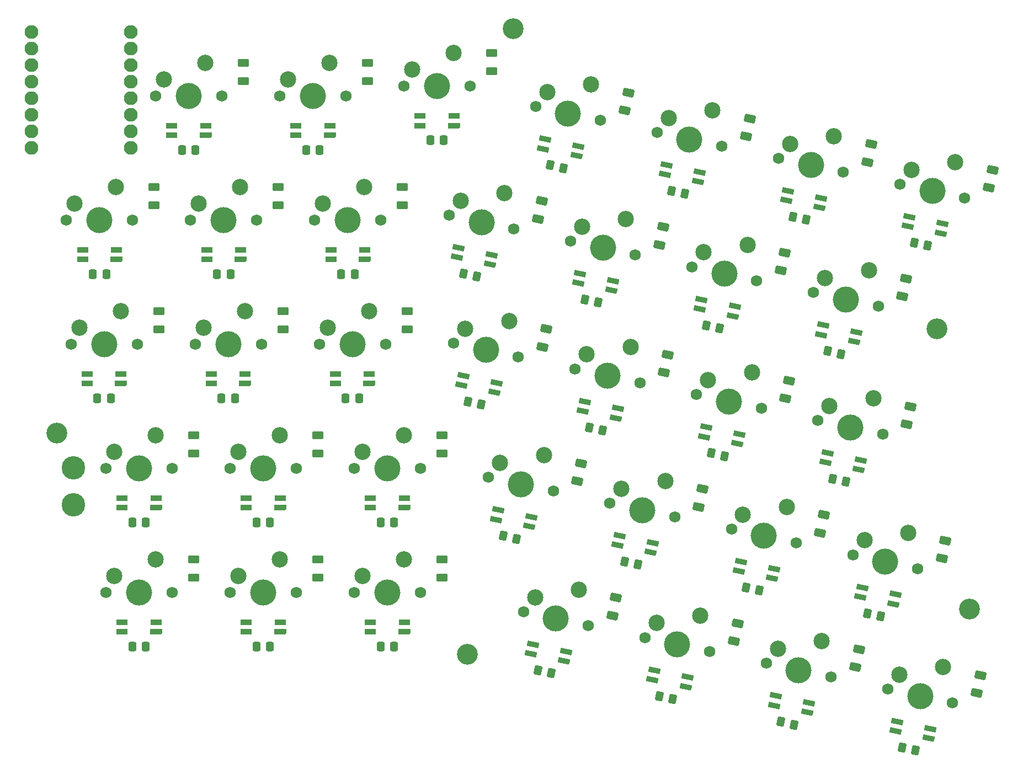
<source format=gbr>
%TF.GenerationSoftware,KiCad,Pcbnew,9.0.3*%
%TF.CreationDate,2025-11-25T19:45:44-05:00*%
%TF.ProjectId,Wren,5772656e-2e6b-4696-9361-645f70636258,rev?*%
%TF.SameCoordinates,Original*%
%TF.FileFunction,Soldermask,Bot*%
%TF.FilePolarity,Negative*%
%FSLAX46Y46*%
G04 Gerber Fmt 4.6, Leading zero omitted, Abs format (unit mm)*
G04 Created by KiCad (PCBNEW 9.0.3) date 2025-11-25 19:45:44*
%MOMM*%
%LPD*%
G01*
G04 APERTURE LIST*
G04 Aperture macros list*
%AMRoundRect*
0 Rectangle with rounded corners*
0 $1 Rounding radius*
0 $2 $3 $4 $5 $6 $7 $8 $9 X,Y pos of 4 corners*
0 Add a 4 corners polygon primitive as box body*
4,1,4,$2,$3,$4,$5,$6,$7,$8,$9,$2,$3,0*
0 Add four circle primitives for the rounded corners*
1,1,$1+$1,$2,$3*
1,1,$1+$1,$4,$5*
1,1,$1+$1,$6,$7*
1,1,$1+$1,$8,$9*
0 Add four rect primitives between the rounded corners*
20,1,$1+$1,$2,$3,$4,$5,0*
20,1,$1+$1,$4,$5,$6,$7,0*
20,1,$1+$1,$6,$7,$8,$9,0*
20,1,$1+$1,$8,$9,$2,$3,0*%
%AMRotRect*
0 Rectangle, with rotation*
0 The origin of the aperture is its center*
0 $1 length*
0 $2 width*
0 $3 Rotation angle, in degrees counterclockwise*
0 Add horizontal line*
21,1,$1,$2,0,0,$3*%
%AMOutline5P*
0 Free polygon, 5 corners , with rotation*
0 The origin of the aperture is its center*
0 number of corners: always 5*
0 $1 to $10 corner X, Y*
0 $11 Rotation angle, in degrees counterclockwise*
0 create outline with 5 corners*
4,1,5,$1,$2,$3,$4,$5,$6,$7,$8,$9,$10,$1,$2,$11*%
%AMOutline6P*
0 Free polygon, 6 corners , with rotation*
0 The origin of the aperture is its center*
0 number of corners: always 6*
0 $1 to $12 corner X, Y*
0 $13 Rotation angle, in degrees counterclockwise*
0 create outline with 6 corners*
4,1,6,$1,$2,$3,$4,$5,$6,$7,$8,$9,$10,$11,$12,$1,$2,$13*%
%AMOutline7P*
0 Free polygon, 7 corners , with rotation*
0 The origin of the aperture is its center*
0 number of corners: always 7*
0 $1 to $14 corner X, Y*
0 $15 Rotation angle, in degrees counterclockwise*
0 create outline with 7 corners*
4,1,7,$1,$2,$3,$4,$5,$6,$7,$8,$9,$10,$11,$12,$13,$14,$1,$2,$15*%
%AMOutline8P*
0 Free polygon, 8 corners , with rotation*
0 The origin of the aperture is its center*
0 number of corners: always 8*
0 $1 to $16 corner X, Y*
0 $17 Rotation angle, in degrees counterclockwise*
0 create outline with 8 corners*
4,1,8,$1,$2,$3,$4,$5,$6,$7,$8,$9,$10,$11,$12,$13,$14,$15,$16,$1,$2,$17*%
G04 Aperture macros list end*
%ADD10C,1.750000*%
%ADD11C,4.000000*%
%ADD12C,2.500000*%
%ADD13RoundRect,0.250000X0.428883X0.394450X-0.231367X0.534790X-0.428883X-0.394450X0.231367X-0.534790X0*%
%ADD14RoundRect,0.250000X0.533375X-0.496750X0.689309X0.236861X-0.533375X0.496750X-0.689309X-0.236861X0*%
%ADD15C,3.200000*%
%ADD16RoundRect,0.250000X0.625000X-0.375000X0.625000X0.375000X-0.625000X0.375000X-0.625000X-0.375000X0*%
%ADD17R,1.800000X0.820000*%
%ADD18Outline5P,-0.900000X0.410000X0.900000X0.410000X0.900000X-0.246000X0.736000X-0.410000X-0.900000X-0.410000X0.000000*%
%ADD19RoundRect,0.250000X0.337500X0.475000X-0.337500X0.475000X-0.337500X-0.475000X0.337500X-0.475000X0*%
%ADD20RotRect,1.800000X0.820000X348.000000*%
%ADD21Outline5P,-0.900000X0.410000X0.900000X0.410000X0.900000X-0.246000X0.736000X-0.410000X-0.900000X-0.410000X348.000000*%
%ADD22C,3.600000*%
%ADD23C,2.109000*%
G04 APERTURE END LIST*
D10*
%TO.C,SW13*%
X239692812Y-202466570D03*
D11*
X244661802Y-203522762D03*
D10*
X249630792Y-204578953D03*
D12*
X241463155Y-200246123D03*
X248202488Y-199081868D03*
%TD*%
D13*
%TO.C,C25*%
X212732726Y-244195692D03*
X210703070Y-243764276D03*
%TD*%
D14*
%TO.C,D19*%
X235384431Y-218698030D03*
X235966583Y-215959216D03*
%TD*%
D15*
%TO.C,H5*%
X212250000Y-165950000D03*
%TD*%
D14*
%TO.C,D28*%
X278008037Y-247233578D03*
X278590189Y-244494764D03*
%TD*%
D10*
%TO.C,SW20*%
X240390495Y-222090482D03*
D11*
X245359485Y-223146674D03*
D10*
X250328475Y-224202865D03*
D12*
X242160838Y-219870035D03*
X248900171Y-218705780D03*
%TD*%
D16*
%TO.C,D9*%
X176210000Y-193000000D03*
X176210000Y-190200000D03*
%TD*%
%TO.C,D8*%
X157160000Y-193000000D03*
X157160000Y-190200000D03*
%TD*%
D10*
%TO.C,SW24*%
X187862000Y-233377500D03*
D11*
X192942000Y-233377500D03*
D10*
X198022000Y-233377500D03*
D12*
X189132000Y-230837500D03*
X195482000Y-228297500D03*
%TD*%
D10*
%TO.C,SW16*%
X163462000Y-214327500D03*
D11*
X168542000Y-214327500D03*
D10*
X173622000Y-214327500D03*
D12*
X164732000Y-211787500D03*
X171082000Y-209247500D03*
%TD*%
D15*
%TO.C,H1*%
X277250000Y-211950000D03*
%TD*%
D17*
%TO.C,D64*%
X152242000Y-258502500D03*
D18*
X157442000Y-258502500D03*
D17*
X157442000Y-257002500D03*
X152242000Y-257002500D03*
%TD*%
D19*
%TO.C,C31*%
X193979500Y-260750000D03*
X191904500Y-260750000D03*
%TD*%
D13*
%TO.C,C35*%
X273989843Y-276691857D03*
X271960187Y-276260441D03*
%TD*%
D10*
%TO.C,SW28*%
X264380388Y-246665312D03*
D11*
X269349378Y-247721504D03*
D10*
X274318368Y-248777695D03*
D12*
X266150731Y-244444865D03*
X272890064Y-243280610D03*
%TD*%
D19*
%TO.C,C16*%
X169579500Y-222650000D03*
X167504500Y-222650000D03*
%TD*%
D17*
%TO.C,D36*%
X159882000Y-182302500D03*
D18*
X165082000Y-182302500D03*
D17*
X165082000Y-180802500D03*
X159882000Y-180802500D03*
%TD*%
D10*
%TO.C,SW8*%
X143712000Y-195277500D03*
D11*
X148792000Y-195277500D03*
D10*
X153872000Y-195277500D03*
D12*
X144982000Y-192737500D03*
X151332000Y-190197500D03*
%TD*%
D16*
%TO.C,D2*%
X189900000Y-173950000D03*
X189900000Y-171150000D03*
%TD*%
D10*
%TO.C,SW6*%
X252970431Y-185813258D03*
D11*
X257939421Y-186869450D03*
D10*
X262908411Y-187925641D03*
D12*
X254740774Y-183592811D03*
X261480107Y-182428556D03*
%TD*%
D10*
%TO.C,SW5*%
X234336719Y-181852540D03*
D11*
X239305709Y-182908732D03*
D10*
X244274699Y-183964923D03*
D12*
X236107062Y-179632093D03*
X242846395Y-178467838D03*
%TD*%
D20*
%TO.C,D67*%
X214997976Y-261855039D03*
D21*
X220084345Y-262936180D03*
D20*
X220396214Y-261468959D03*
X215309845Y-260387818D03*
%TD*%
%TO.C,D40*%
X235499460Y-188310408D03*
D21*
X240585829Y-189391549D03*
D20*
X240897698Y-187924328D03*
X235811329Y-186843187D03*
%TD*%
D22*
%TO.C,J4*%
X144800000Y-238950000D03*
%TD*%
D14*
%TO.C,D34*%
X264730307Y-263886872D03*
X265312459Y-261148058D03*
%TD*%
D10*
%TO.C,SW19*%
X221756783Y-218129764D03*
D11*
X226725773Y-219185956D03*
D10*
X231694763Y-220242147D03*
D12*
X223527126Y-215909317D03*
X230266459Y-214745062D03*
%TD*%
D13*
%TO.C,C13*%
X243946285Y-211879103D03*
X241916629Y-211447687D03*
%TD*%
D10*
%TO.C,SW25*%
X208479253Y-234783159D03*
D11*
X213448243Y-235839351D03*
D10*
X218417233Y-236895542D03*
D12*
X210249596Y-232562712D03*
X216988929Y-231398457D03*
%TD*%
D13*
%TO.C,C28*%
X268633861Y-256077846D03*
X266604205Y-255646430D03*
%TD*%
D17*
%TO.C,D37*%
X178932000Y-182302500D03*
D18*
X184132000Y-182302500D03*
D17*
X184132000Y-180802500D03*
X178932000Y-180802500D03*
%TD*%
D14*
%TO.C,D21*%
X272651855Y-226619466D03*
X273234007Y-223880652D03*
%TD*%
D10*
%TO.C,SW30*%
X168812000Y-252427500D03*
D11*
X173892000Y-252427500D03*
D10*
X178972000Y-252427500D03*
D12*
X170082000Y-249887500D03*
X176432000Y-247347500D03*
%TD*%
D10*
%TO.C,SW21*%
X259024206Y-226051200D03*
D11*
X263993196Y-227107392D03*
D10*
X268962186Y-228163583D03*
D12*
X260794549Y-223830753D03*
X267533882Y-222666498D03*
%TD*%
D10*
%TO.C,SW3*%
X195502000Y-174727100D03*
D11*
X200582000Y-174727100D03*
D10*
X205662000Y-174727100D03*
D12*
X196772000Y-172187100D03*
X203122000Y-169647100D03*
%TD*%
D17*
%TO.C,D50*%
X146892000Y-220402500D03*
D18*
X152092000Y-220402500D03*
D17*
X152092000Y-218902500D03*
X146892000Y-218902500D03*
%TD*%
D10*
%TO.C,SW18*%
X203123071Y-214169047D03*
D11*
X208092061Y-215225239D03*
D10*
X213061051Y-216281430D03*
D12*
X204893414Y-211948600D03*
X211632747Y-210784345D03*
%TD*%
D22*
%TO.C,J3*%
X144800000Y-233300000D03*
%TD*%
D10*
%TO.C,SW23*%
X168812000Y-233377500D03*
D11*
X173892000Y-233377500D03*
D10*
X178972000Y-233377500D03*
D12*
X170082000Y-230837500D03*
X176432000Y-228297500D03*
%TD*%
D17*
%TO.C,D38*%
X197982000Y-180802100D03*
D18*
X203182000Y-180802100D03*
D17*
X203182000Y-179302100D03*
X197982000Y-179302100D03*
%TD*%
D10*
%TO.C,SW4*%
X215703007Y-177891823D03*
D11*
X220671997Y-178948015D03*
D10*
X225640987Y-180004206D03*
D12*
X217473350Y-175671376D03*
X224212683Y-174507121D03*
%TD*%
D14*
%TO.C,D35*%
X283364019Y-267847590D03*
X283946171Y-265108776D03*
%TD*%
D16*
%TO.C,D17*%
X195960000Y-212050000D03*
X195960000Y-209250000D03*
%TD*%
D17*
%TO.C,D58*%
X171292000Y-239452500D03*
D18*
X176492000Y-239452500D03*
D17*
X176492000Y-237952500D03*
X171292000Y-237952500D03*
%TD*%
D20*
%TO.C,D46*%
X203588130Y-201003003D03*
D21*
X208674499Y-202084144D03*
D20*
X208986368Y-200616923D03*
X203899999Y-199535782D03*
%TD*%
D19*
%TO.C,C24*%
X193979500Y-241700000D03*
X191904500Y-241700000D03*
%TD*%
D10*
%TO.C,SW34*%
X251102659Y-263318606D03*
D11*
X256071649Y-264374798D03*
D10*
X261040639Y-265430989D03*
D12*
X252873002Y-261098159D03*
X259612335Y-259933904D03*
%TD*%
D19*
%TO.C,C22*%
X155879500Y-241700000D03*
X153804500Y-241700000D03*
%TD*%
D14*
%TO.C,D32*%
X227462883Y-255965437D03*
X228045035Y-253226623D03*
%TD*%
D20*
%TO.C,D55*%
X241553236Y-228548350D03*
D21*
X246639605Y-229629491D03*
D20*
X246951474Y-228162270D03*
X241865105Y-227081129D03*
%TD*%
D13*
%TO.C,C34*%
X255356132Y-272731139D03*
X253326476Y-272299723D03*
%TD*%
D14*
%TO.C,D27*%
X259374325Y-243272861D03*
X259956477Y-240534047D03*
%TD*%
D17*
%TO.C,D59*%
X190342000Y-239452500D03*
D18*
X195542000Y-239452500D03*
D17*
X195542000Y-237952500D03*
X190342000Y-237952500D03*
%TD*%
D15*
%TO.C,H2*%
X282250000Y-254950000D03*
%TD*%
D10*
%TO.C,SW11*%
X202425389Y-194545135D03*
D11*
X207394379Y-195601327D03*
D10*
X212363369Y-196657518D03*
D12*
X204195732Y-192324688D03*
X210935065Y-191160433D03*
%TD*%
D14*
%TO.C,D12*%
X234686749Y-199074119D03*
X235268901Y-196335305D03*
%TD*%
D10*
%TO.C,SW32*%
X213835235Y-255397171D03*
D11*
X218804225Y-256453363D03*
D10*
X223773215Y-257509554D03*
D12*
X215605578Y-253176724D03*
X222344911Y-252012469D03*
%TD*%
D13*
%TO.C,C5*%
X238590192Y-191265074D03*
X236560536Y-190833658D03*
%TD*%
D10*
%TO.C,SW9*%
X162762000Y-195277500D03*
D11*
X167842000Y-195277500D03*
D10*
X172922000Y-195277500D03*
D12*
X164032000Y-192737500D03*
X170382000Y-190197500D03*
%TD*%
D13*
%TO.C,C20*%
X244643968Y-231503015D03*
X242614312Y-231071599D03*
%TD*%
D20*
%TO.C,D62*%
X246909418Y-249162462D03*
D21*
X251995787Y-250243603D03*
D20*
X252307656Y-248776382D03*
X247221287Y-247695241D03*
%TD*%
D14*
%TO.C,D20*%
X254018143Y-222658748D03*
X254600295Y-219919934D03*
%TD*%
D20*
%TO.C,D42*%
X272766884Y-196231844D03*
D21*
X277853253Y-197312985D03*
D20*
X278165122Y-195845764D03*
X273078753Y-194764623D03*
%TD*%
D10*
%TO.C,SW7*%
X271604143Y-189773976D03*
D11*
X276573133Y-190830168D03*
D10*
X281542123Y-191886359D03*
D12*
X273374486Y-187553529D03*
X280113819Y-186389274D03*
%TD*%
D16*
%TO.C,D1*%
X170850000Y-173950000D03*
X170850000Y-171150000D03*
%TD*%
D10*
%TO.C,SW10*%
X181812000Y-195277500D03*
D11*
X186892000Y-195277500D03*
D10*
X191972000Y-195277500D03*
D12*
X183082000Y-192737500D03*
X189432000Y-190197500D03*
%TD*%
D13*
%TO.C,C12*%
X225312574Y-207918386D03*
X223282918Y-207486970D03*
%TD*%
D19*
%TO.C,C2*%
X182569500Y-184550000D03*
X180494500Y-184550000D03*
%TD*%
D14*
%TO.C,D26*%
X240740613Y-239312143D03*
X241322765Y-236573329D03*
%TD*%
D19*
%TO.C,C17*%
X188629500Y-222650000D03*
X186554500Y-222650000D03*
%TD*%
%TO.C,C29*%
X155879500Y-260750000D03*
X153804500Y-260750000D03*
%TD*%
D13*
%TO.C,C14*%
X262579997Y-215839821D03*
X260550341Y-215408405D03*
%TD*%
D16*
%TO.C,D23*%
X182260000Y-231100000D03*
X182260000Y-228300000D03*
%TD*%
D20*
%TO.C,D48*%
X240855554Y-208924438D03*
D21*
X245941923Y-210005579D03*
D20*
X246253792Y-208538358D03*
X241167423Y-207457217D03*
%TD*%
D10*
%TO.C,SW26*%
X227112965Y-238743877D03*
D11*
X232081955Y-239800069D03*
D10*
X237050945Y-240856260D03*
D12*
X228883308Y-236523430D03*
X235622641Y-235359175D03*
%TD*%
D20*
%TO.C,D63*%
X265543130Y-253123180D03*
D21*
X270629499Y-254204321D03*
D20*
X270941368Y-252737100D03*
X265854999Y-251655959D03*
%TD*%
D16*
%TO.C,D29*%
X163210000Y-250150000D03*
X163210000Y-247350000D03*
%TD*%
D20*
%TO.C,D49*%
X259489265Y-212885156D03*
D21*
X264575634Y-213966297D03*
D20*
X264887503Y-212499076D03*
X259801134Y-211417935D03*
%TD*%
D15*
%TO.C,H4*%
X142250000Y-227950000D03*
%TD*%
D14*
%TO.C,D4*%
X229330656Y-178460089D03*
X229912808Y-175721275D03*
%TD*%
D20*
%TO.C,D41*%
X254133172Y-192271126D03*
D21*
X259219541Y-193352267D03*
D20*
X259531410Y-191885046D03*
X254445041Y-190803905D03*
%TD*%
D17*
%TO.C,D65*%
X171292000Y-258502500D03*
D18*
X176492000Y-258502500D03*
D17*
X176492000Y-257002500D03*
X171292000Y-257002500D03*
%TD*%
D14*
%TO.C,D33*%
X246096595Y-259926154D03*
X246678747Y-257187340D03*
%TD*%
D20*
%TO.C,D53*%
X204285812Y-220626915D03*
D21*
X209372181Y-221708056D03*
D20*
X209684050Y-220240835D03*
X204597681Y-219159694D03*
%TD*%
D17*
%TO.C,D52*%
X184992000Y-220402500D03*
D18*
X190192000Y-220402500D03*
D17*
X190192000Y-218902500D03*
X184992000Y-218902500D03*
%TD*%
%TO.C,D43*%
X146192000Y-201352500D03*
D18*
X151392000Y-201352500D03*
D17*
X151392000Y-199852500D03*
X146192000Y-199852500D03*
%TD*%
D20*
%TO.C,D56*%
X260186948Y-232509068D03*
D21*
X265273317Y-233590209D03*
D20*
X265585186Y-232122988D03*
X260498817Y-231041847D03*
%TD*%
D13*
%TO.C,C4*%
X219956480Y-187304356D03*
X217926824Y-186872940D03*
%TD*%
D14*
%TO.C,D6*%
X266598079Y-186381524D03*
X267180231Y-183642710D03*
%TD*%
D20*
%TO.C,D60*%
X209641994Y-241241027D03*
D21*
X214728363Y-242322168D03*
D20*
X215040232Y-240854947D03*
X209953863Y-239773806D03*
%TD*%
D17*
%TO.C,D44*%
X165242000Y-201352500D03*
D18*
X170442000Y-201352500D03*
D17*
X170442000Y-199852500D03*
X165242000Y-199852500D03*
%TD*%
D20*
%TO.C,D54*%
X222919524Y-224587632D03*
D21*
X228005893Y-225668773D03*
D20*
X228317762Y-224201552D03*
X223231393Y-223120411D03*
%TD*%
D17*
%TO.C,D51*%
X165942000Y-220402500D03*
D18*
X171142000Y-220402500D03*
D17*
X171142000Y-218902500D03*
X165942000Y-218902500D03*
%TD*%
D13*
%TO.C,C27*%
X250000150Y-252117128D03*
X247970494Y-251685712D03*
%TD*%
D19*
%TO.C,C15*%
X150529500Y-222650000D03*
X148454500Y-222650000D03*
%TD*%
D13*
%TO.C,C11*%
X206678862Y-203957668D03*
X204649206Y-203526252D03*
%TD*%
D10*
%TO.C,SW15*%
X144412000Y-214327500D03*
D11*
X149492000Y-214327500D03*
D10*
X154572000Y-214327500D03*
D12*
X145682000Y-211787500D03*
X152032000Y-209247500D03*
%TD*%
D17*
%TO.C,D45*%
X184292000Y-201352500D03*
D18*
X189492000Y-201352500D03*
D17*
X189492000Y-199852500D03*
X184292000Y-199852500D03*
%TD*%
D16*
%TO.C,D24*%
X201310000Y-231100000D03*
X201310000Y-228300000D03*
%TD*%
D10*
%TO.C,SW1*%
X157402000Y-176227500D03*
D11*
X162482000Y-176227500D03*
D10*
X167562000Y-176227500D03*
D12*
X158672000Y-173687500D03*
X165022000Y-171147500D03*
%TD*%
D16*
%TO.C,D3*%
X208950000Y-172449600D03*
X208950000Y-169649600D03*
%TD*%
%TO.C,D30*%
X182260000Y-250150000D03*
X182260000Y-247350000D03*
%TD*%
%TO.C,D16*%
X176910000Y-212050000D03*
X176910000Y-209250000D03*
%TD*%
%TO.C,D31*%
X201310000Y-250150000D03*
X201310000Y-247350000D03*
%TD*%
D10*
%TO.C,SW22*%
X149762000Y-233377500D03*
D11*
X154842000Y-233377500D03*
D10*
X159922000Y-233377500D03*
D12*
X151032000Y-230837500D03*
X157382000Y-228297500D03*
%TD*%
D19*
%TO.C,C1*%
X163519500Y-184550000D03*
X161444500Y-184550000D03*
%TD*%
D13*
%TO.C,C21*%
X263277679Y-235463733D03*
X261248023Y-235032317D03*
%TD*%
D14*
%TO.C,D14*%
X271954173Y-206995554D03*
X272536325Y-204256740D03*
%TD*%
D10*
%TO.C,SW33*%
X232468947Y-259357889D03*
D11*
X237437937Y-260414081D03*
D10*
X242406927Y-261470272D03*
D12*
X234239290Y-257137442D03*
X240978623Y-255973187D03*
%TD*%
D19*
%TO.C,C8*%
X149829500Y-203600000D03*
X147754500Y-203600000D03*
%TD*%
D20*
%TO.C,D70*%
X270899112Y-273737192D03*
D21*
X275985481Y-274818333D03*
D20*
X276297350Y-273351112D03*
X271210981Y-272269971D03*
%TD*%
D19*
%TO.C,C3*%
X201619500Y-183049600D03*
X199544500Y-183049600D03*
%TD*%
D10*
%TO.C,SW17*%
X182512000Y-214327500D03*
D11*
X187592000Y-214327500D03*
D10*
X192672000Y-214327500D03*
D12*
X183782000Y-211787500D03*
X190132000Y-209247500D03*
%TD*%
D14*
%TO.C,D18*%
X216750719Y-214737313D03*
X217332871Y-211998499D03*
%TD*%
%TO.C,D11*%
X216053037Y-195113401D03*
X216635189Y-192374587D03*
%TD*%
D13*
%TO.C,C18*%
X207376544Y-223581580D03*
X205346888Y-223150164D03*
%TD*%
D16*
%TO.C,D10*%
X195260000Y-193000000D03*
X195260000Y-190200000D03*
%TD*%
D10*
%TO.C,SW35*%
X269736370Y-267279324D03*
D11*
X274705360Y-268335516D03*
D10*
X279674350Y-269391707D03*
D12*
X271506713Y-265058877D03*
X278246046Y-263894622D03*
%TD*%
D20*
%TO.C,D61*%
X228275706Y-245201745D03*
D21*
X233362075Y-246282886D03*
D20*
X233673944Y-244815665D03*
X228587575Y-243734524D03*
%TD*%
D13*
%TO.C,C7*%
X275857616Y-199186509D03*
X273827960Y-198755093D03*
%TD*%
D10*
%TO.C,SW12*%
X221059101Y-198505853D03*
D11*
X226028091Y-199562045D03*
D10*
X230997081Y-200618236D03*
D12*
X222829444Y-196285406D03*
X229568777Y-195121151D03*
%TD*%
D17*
%TO.C,D66*%
X190342000Y-258502500D03*
D18*
X195542000Y-258502500D03*
D17*
X195542000Y-257002500D03*
X190342000Y-257002500D03*
%TD*%
D10*
%TO.C,SW14*%
X258326524Y-206427288D03*
D11*
X263295514Y-207483480D03*
D10*
X268264504Y-208539671D03*
D12*
X260096867Y-204206841D03*
X266836200Y-203042586D03*
%TD*%
D13*
%TO.C,C33*%
X236722420Y-268770422D03*
X234692764Y-268339006D03*
%TD*%
%TO.C,C26*%
X231366438Y-248156410D03*
X229336782Y-247724994D03*
%TD*%
D14*
%TO.C,D13*%
X253320461Y-203034836D03*
X253902613Y-200296022D03*
%TD*%
D13*
%TO.C,C32*%
X218088708Y-264809704D03*
X216059052Y-264378288D03*
%TD*%
D20*
%TO.C,D69*%
X252265400Y-269776474D03*
D21*
X257351769Y-270857615D03*
D20*
X257663638Y-269390394D03*
X252577269Y-268309253D03*
%TD*%
D16*
%TO.C,D15*%
X157860000Y-212050000D03*
X157860000Y-209250000D03*
%TD*%
D13*
%TO.C,C6*%
X257223904Y-195225791D03*
X255194248Y-194794375D03*
%TD*%
D19*
%TO.C,C10*%
X187929500Y-203600000D03*
X185854500Y-203600000D03*
%TD*%
D15*
%TO.C,H3*%
X205250000Y-261950000D03*
%TD*%
D14*
%TO.C,D5*%
X247964368Y-182420806D03*
X248546520Y-179681992D03*
%TD*%
D19*
%TO.C,C30*%
X174929500Y-260750000D03*
X172854500Y-260750000D03*
%TD*%
D20*
%TO.C,D39*%
X216865749Y-184349690D03*
D21*
X221952118Y-185430831D03*
D20*
X222263987Y-183963610D03*
X217177618Y-182882469D03*
%TD*%
D14*
%TO.C,D25*%
X222106901Y-235351425D03*
X222689053Y-232612611D03*
%TD*%
D10*
%TO.C,SW27*%
X245746677Y-242704595D03*
D11*
X250715667Y-243760787D03*
D10*
X255684657Y-244816978D03*
D12*
X247517020Y-240484148D03*
X254256353Y-239319893D03*
%TD*%
D13*
%TO.C,C19*%
X226010256Y-227542298D03*
X223980600Y-227110882D03*
%TD*%
D20*
%TO.C,D47*%
X222221842Y-204963720D03*
D21*
X227308211Y-206044861D03*
D20*
X227620080Y-204577640D03*
X222533711Y-203496499D03*
%TD*%
D10*
%TO.C,SW31*%
X187862000Y-252427500D03*
D11*
X192942000Y-252427500D03*
D10*
X198022000Y-252427500D03*
D12*
X189132000Y-249887500D03*
X195482000Y-247347500D03*
%TD*%
D19*
%TO.C,C9*%
X168879500Y-203600000D03*
X166804500Y-203600000D03*
%TD*%
D23*
%TO.C,U1*%
X138310000Y-184250000D03*
X138310000Y-181710000D03*
X138310000Y-179170000D03*
X138310000Y-176630000D03*
X138310000Y-171550000D03*
X138310000Y-174090000D03*
X153550000Y-166470000D03*
X138310000Y-166470000D03*
X153550000Y-169010000D03*
X153550000Y-171550000D03*
X153550000Y-174090000D03*
X153550000Y-176630000D03*
X153550000Y-179170000D03*
X153550000Y-181710000D03*
X153550000Y-184250000D03*
X138310000Y-169010000D03*
%TD*%
D14*
%TO.C,D7*%
X285813943Y-187603428D03*
X285231791Y-190342242D03*
%TD*%
D16*
%TO.C,D22*%
X163210000Y-231100000D03*
X163210000Y-228300000D03*
%TD*%
D10*
%TO.C,SW2*%
X176452000Y-176227500D03*
D11*
X181532000Y-176227500D03*
D10*
X186612000Y-176227500D03*
D12*
X177722000Y-173687500D03*
X184072000Y-171147500D03*
%TD*%
D20*
%TO.C,D68*%
X233631688Y-265815756D03*
D21*
X238718057Y-266896897D03*
D20*
X239029926Y-265429676D03*
X233943557Y-264348535D03*
%TD*%
D10*
%TO.C,SW29*%
X149762000Y-252427500D03*
D11*
X154842000Y-252427500D03*
D10*
X159922000Y-252427500D03*
D12*
X151032000Y-249887500D03*
X157382000Y-247347500D03*
%TD*%
D17*
%TO.C,D57*%
X152242000Y-239452500D03*
D18*
X157442000Y-239452500D03*
D17*
X157442000Y-237952500D03*
X152242000Y-237952500D03*
%TD*%
D19*
%TO.C,C23*%
X174929500Y-241700000D03*
X172854500Y-241700000D03*
%TD*%
M02*

</source>
